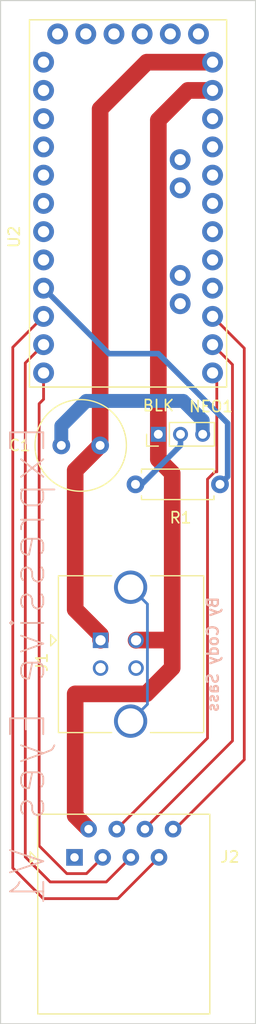
<source format=kicad_pcb>
(kicad_pcb (version 20221018) (generator pcbnew)
  (title_block (title "Black Mage Eyes") (rev "V01") (comment 4 "Author:Cody Sass"))
  (layers (0 "F.Cu" signal) (31 "B.Cu" signal) (34 "B.Paste" user) (35 "F.Paste" user) (36 "B.SilkS" user "B.Silkscreen") (37 "F.SilkS" user "F.Silkscreen") (38 "B.Mask" user) (39 "F.Mask" user) (44 "Edge.Cuts" user))
  (net 0 "")
  (net 1 "Net-(NEO1-5V)")
  (net 2 "Net-(J1-VBUS)")
  (net 5 "Net-(J1-GND)")
  (net 6 "unconnected-(J1-Shield-Pad5)")
  (net 8 "Net-(U2-D7)")
  (net 9 "Net-(U2-D6)")
  (net 10 "Net-(NEO1-Din)")
  (net 15 "Net-(U2-GND-PadJP1_5)")
  (net 27 "Net-(U2-D9)")
  (net 28 "Net-(U2-D8)")
  (net 34 "Net-(U2-D10)")
  (net 35 "Net-(U2-MOSI)")
  (net 36 "Net-(U2-MISO)")
  (footprint "Capacitor_THT:C_Radial_D8.0mm_H7.0mm_P3.50mm" (layer "F.Cu") (at 105.25 90)
    (fp_text reference "C1" (at -3.75 0) (layer "F.SilkS") (effects (font (thickness 0.153))))
    (fp_text value "C")
    (fp_circle (center 1.75 0) (end 5.87 0) (stroke (width 0.12)) (fill none) (layer "F.SilkS"))
    (pad "1" thru_hole circle (at 0 0) (size 1.6 1.6) (drill 0.8) (layers "*.Cu" "*.Mask") (net 1 "Net-(NEO1-5V)"))
    (pad "2" thru_hole circle (at 3.5 0) (size 1.6 1.6) (drill 0.8) (layers "*.Cu" "*.Mask") (net 2 "Net-(J1-VBUS)"))
  )
  (footprint "customfootprints:MODULE_ARDUINO_PRO_MINI" (layer "F.Cu") (at 111.27 68.24)
    (fp_text reference "U2" (at -10.27 3.01 90) (layer "F.SilkS") (effects (font (thickness 0.153))))
    (fp_text value "ARDUINO_PRO_MINI")
    (fp_line (start -8.89 -16.51) (end -8.89 16.51) (stroke (width 0.127)) (layer "F.SilkS"))
    (fp_line (start -8.89 16.51) (end 8.89 16.51) (stroke (width 0.127)) (layer "F.SilkS"))
    (fp_line (start 8.89 -16.51) (end -8.89 -16.51) (stroke (width 0.127)) (layer "F.SilkS"))
    (fp_line (start 8.89 16.51) (end 8.89 -16.51) (stroke (width 0.127)) (layer "F.SilkS"))
    (pad "JP1_1" thru_hole circle (at 6.35 -15.24) (size 1.8796 1.8796) (drill 1.016) (layers "*.Cu" "*.Mask"))
    (pad "JP1_2" thru_hole circle (at 3.81 -15.24) (size 1.8796 1.8796) (drill 1.016) (layers "*.Cu" "*.Mask"))
    (pad "JP1_3" thru_hole circle (at 1.27 -15.24) (size 1.8796 1.8796) (drill 1.016) (layers "*.Cu" "*.Mask"))
    (pad "JP1_4" thru_hole circle (at -1.27 -15.24) (size 1.8796 1.8796) (drill 1.016) (layers "*.Cu" "*.Mask"))
    (pad "JP1_5" thru_hole circle (at -3.81 -15.24) (size 1.8796 1.8796) (drill 1.016) (layers "*.Cu" "*.Mask") (net 15 "Net-(U2-GND-PadJP1_5)"))
    (pad "JP1_6" thru_hole circle (at -6.35 -15.24) (size 1.8796 1.8796) (drill 1.016) (layers "*.Cu" "*.Mask") (net 15 "Net-(U2-GND-PadJP1_5)"))
    (pad "JP2_1" thru_hole circle (at 4.699 -1.397) (size 1.8796 1.8796) (drill 1.016) (layers "*.Cu" "*.Mask"))
    (pad "JP2_2" thru_hole circle (at 4.699 -3.937) (size 1.8796 1.8796) (drill 1.016) (layers "*.Cu" "*.Mask"))
    (pad "JP3_1" thru_hole circle (at 4.699 9.017) (size 1.8796 1.8796) (drill 1.016) (layers "*.Cu" "*.Mask"))
    (pad "JP3_2" thru_hole circle (at 4.699 6.477) (size 1.8796 1.8796) (drill 1.016) (layers "*.Cu" "*.Mask"))
    (pad "JP6_1" thru_hole circle (at 7.62 -12.7) (size 1.8796 1.8796) (drill 1.016) (layers "*.Cu" "*.Mask") (net 2 "Net-(J1-VBUS)"))
    (pad "JP6_2" thru_hole circle (at 7.62 -10.16) (size 1.8796 1.8796) (drill 1.016) (layers "*.Cu" "*.Mask") (net 5 "Net-(J1-GND)"))
    (pad "JP6_3" thru_hole circle (at 7.62 -7.62) (size 1.8796 1.8796) (drill 1.016) (layers "*.Cu" "*.Mask"))
    (pad "JP6_4" thru_hole circle (at 7.62 -5.08) (size 1.8796 1.8796) (drill 1.016) (layers "*.Cu" "*.Mask"))
    (pad "JP6_5" thru_hole circle (at 7.62 -2.54) (size 1.8796 1.8796) (drill 1.016) (layers "*.Cu" "*.Mask"))
    (pad "JP6_6" thru_hole circle (at 7.62 0) (size 1.8796 1.8796) (drill 1.016) (layers "*.Cu" "*.Mask"))
    (pad "JP6_7" thru_hole circle (at 7.62 2.54) (size 1.8796 1.8796) (drill 1.016) (layers "*.Cu" "*.Mask"))
    (pad "JP6_8" thru_hole circle (at 7.62 5.08) (size 1.8796 1.8796) (drill 1.016) (layers "*.Cu" "*.Mask"))
    (pad "JP6_9" thru_hole circle (at 7.62 7.62) (size 1.8796 1.8796) (drill 1.016) (layers "*.Cu" "*.Mask"))
    (pad "JP6_10" thru_hole circle (at 7.62 10.16) (size 1.8796 1.8796) (drill 1.016) (layers "*.Cu" "*.Mask") (net 36 "Net-(U2-MISO)"))
    (pad "JP6_11" thru_hole circle (at 7.62 12.7) (size 1.8796 1.8796) (drill 1.016) (layers "*.Cu" "*.Mask") (net 35 "Net-(U2-MOSI)"))
    (pad "JP6_12" thru_hole circle (at 7.62 15.24) (size 1.8796 1.8796) (drill 1.016) (layers "*.Cu" "*.Mask") (net 34 "Net-(U2-D10)"))
    (pad "JP7_1" thru_hole circle (at -7.62 15.24) (size 1.8796 1.8796) (drill 1.016) (layers "*.Cu" "*.Mask") (net 27 "Net-(U2-D9)"))
    (pad "JP7_2" thru_hole circle (at -7.62 12.7) (size 1.8796 1.8796) (drill 1.016) (layers "*.Cu" "*.Mask") (net 28 "Net-(U2-D8)"))
    (pad "JP7_3" thru_hole circle (at -7.62 10.16) (size 1.8796 1.8796) (drill 1.016) (layers "*.Cu" "*.Mask") (net 8 "Net-(U2-D7)"))
    (pad "JP7_4" thru_hole circle (at -7.62 7.62) (size 1.8796 1.8796) (drill 1.016) (layers "*.Cu" "*.Mask") (net 9 "Net-(U2-D6)"))
    (pad "JP7_5" thru_hole circle (at -7.62 5.08) (size 1.8796 1.8796) (drill 1.016) (layers "*.Cu" "*.Mask"))
    (pad "JP7_6" thru_hole circle (at -7.62 2.54) (size 1.8796 1.8796) (drill 1.016) (layers "*.Cu" "*.Mask"))
    (pad "JP7_7" thru_hole circle (at -7.62 0) (size 1.8796 1.8796) (drill 1.016) (layers "*.Cu" "*.Mask"))
    (pad "JP7_8" thru_hole circle (at -7.62 -2.54) (size 1.8796 1.8796) (drill 1.016) (layers "*.Cu" "*.Mask"))
    (pad "JP7_9" thru_hole circle (at -7.62 -5.08) (size 1.8796 1.8796) (drill 1.016) (layers "*.Cu" "*.Mask"))
    (pad "JP7_10" thru_hole circle (at -7.62 -7.62) (size 1.8796 1.8796) (drill 1.016) (layers "*.Cu" "*.Mask"))
    (pad "JP7_11" thru_hole circle (at -7.62 -10.16) (size 1.8796 1.8796) (drill 1.016) (layers "*.Cu" "*.Mask"))
    (pad "JP7_12" thru_hole circle (at -7.62 -12.7) (size 1.8796 1.8796) (drill 1.016) (layers "*.Cu" "*.Mask"))
  )
  (footprint "Resistor_THT:R_Axial_DIN0207_L6.3mm_D2.5mm_P7.62mm_Horizontal" (layer "F.Cu") (at 119.56 93.5 180)
    (fp_text reference "R1" (at 3.56 -3) (layer "F.SilkS") (effects (font (thickness 0.153))))
    (fp_text value "R")
    (fp_line (start 0.54 -1.37) (end 7.08 -1.37) (stroke (width 0.12)) (layer "F.SilkS"))
    (fp_line (start 0.54 -1.04) (end 0.54 -1.37) (stroke (width 0.12)) (layer "F.SilkS"))
    (fp_line (start 0.54 1.04) (end 0.54 1.37) (stroke (width 0.12)) (layer "F.SilkS"))
    (fp_line (start 0.54 1.37) (end 7.08 1.37) (stroke (width 0.12)) (layer "F.SilkS"))
    (fp_line (start 7.08 -1.37) (end 7.08 -1.04) (stroke (width 0.12)) (layer "F.SilkS"))
    (fp_line (start 7.08 1.37) (end 7.08 1.04) (stroke (width 0.12)) (layer "F.SilkS"))
    (pad "1" thru_hole circle (at 0 0 180) (size 1.6 1.6) (drill 0.8) (layers "*.Cu" "*.Mask") (net 9 "Net-(U2-D6)"))
    (pad "2" thru_hole oval (at 7.62 0 180) (size 1.6 1.6) (drill 0.8) (layers "*.Cu" "*.Mask") (net 10 "Net-(NEO1-Din)"))
  )
  (footprint "Connector_RJ:RJ45_Amphenol_54602-x08_Horizontal" (layer "F.Cu") (at 106.44 127.04)
    (fp_text reference "J2" (at 14.0125 -0.04) (layer "F.SilkS") (effects (font (thickness 0.153))))
    (fp_text value "RJ45")
    (fp_line (start -4 -0.5) (end -4 0.5) (stroke (width 0.12)) (layer "F.SilkS"))
    (fp_line (start -4 0.5) (end -3.5 0) (stroke (width 0.12)) (layer "F.SilkS"))
    (fp_line (start -3.5 0) (end -4 -0.5) (stroke (width 0.12)) (layer "F.SilkS"))
    (fp_line (start -3.315 -3.88) (end -3.315 14.08) (stroke (width 0.12)) (layer "F.SilkS"))
    (fp_line (start -3.315 14.08) (end 12.205 14.08) (stroke (width 0.12)) (layer "F.SilkS"))
    (fp_line (start 12.205 -3.88) (end -3.315 -3.88) (stroke (width 0.12)) (layer "F.SilkS"))
    (fp_line (start 12.205 -3.88) (end 12.205 14.08) (stroke (width 0.12)) (layer "F.SilkS"))
    (pad "" np_thru_hole circle (at -1.27 6.35) (size 3.2 3.2) (drill 3.2) (layers "*.Cu" "*.Mask"))
    (pad "" np_thru_hole circle (at 10.16 6.35) (size 3.2 3.2) (drill 3.2) (layers "*.Cu" "*.Mask"))
    (pad "1" thru_hole rect (at 0 0) (size 1.5 1.5) (drill 0.76) (layers "*.Cu" "*.Mask"))
    (pad "2" thru_hole circle (at 1.27 -2.54) (size 1.5 1.5) (drill 0.76) (layers "*.Cu" "*.Mask") (net 5 "Net-(J1-GND)"))
    (pad "3" thru_hole circle (at 2.54 0) (size 1.5 1.5) (drill 0.76) (layers "*.Cu" "*.Mask") (net 27 "Net-(U2-D9)"))
    (pad "4" thru_hole circle (at 3.81 -2.54) (size 1.5 1.5) (drill 0.76) (layers "*.Cu" "*.Mask") (net 34 "Net-(U2-D10)"))
    (pad "5" thru_hole circle (at 5.08 0) (size 1.5 1.5) (drill 0.76) (layers "*.Cu" "*.Mask") (net 28 "Net-(U2-D8)"))
    (pad "6" thru_hole circle (at 6.35 -2.54) (size 1.5 1.5) (drill 0.76) (layers "*.Cu" "*.Mask") (net 35 "Net-(U2-MOSI)"))
    (pad "7" thru_hole circle (at 7.62 0) (size 1.5 1.5) (drill 0.76) (layers "*.Cu" "*.Mask") (net 8 "Net-(U2-D7)"))
    (pad "8" thru_hole circle (at 8.89 -2.54) (size 1.5 1.5) (drill 0.76) (layers "*.Cu" "*.Mask") (net 36 "Net-(U2-MISO)"))
  )
  (footprint "Connector_USB:USB_B_Amphenol_MUSB-D511_Vertical_Rugged" (layer "F.Cu") (at 108.79 107.52 90)
    (fp_text reference "J1" (at -1.98 -5.29 90) (layer "F.SilkS") (effects (font (thickness 0.153))))
    (fp_text value "USB_B")
    (fp_line (start -8.3 -3.8) (end 5.8 -3.8) (stroke (width 0.12)) (layer "F.SilkS"))
    (fp_line (start -8.3 1) (end -8.3 -3.8) (stroke (width 0.12)) (layer "F.SilkS"))
    (fp_line (start -8.3 9.3) (end -8.3 4.5) (stroke (width 0.12)) (layer "F.SilkS"))
    (fp_line (start -0.5 -4.5) (end 0 -4) (stroke (width 0.12)) (layer "F.SilkS"))
    (fp_line (start 0 -4) (end 0.5 -4.5) (stroke (width 0.12)) (layer "F.SilkS"))
    (fp_line (start 0.5 -4.5) (end -0.5 -4.5) (stroke (width 0.12)) (layer "F.SilkS"))
    (fp_line (start 5.8 -3.8) (end 5.8 1) (stroke (width 0.12)) (layer "F.SilkS"))
    (fp_line (start 5.8 4.5) (end 5.8 9.3) (stroke (width 0.12)) (layer "F.SilkS"))
    (fp_line (start 5.8 9.3) (end -8.3 9.3) (stroke (width 0.12)) (layer "F.SilkS"))
    (pad "1" thru_hole rect (at 0 0 90) (size 1.4 1.4) (drill 0.92) (layers "*.Cu" "*.Mask") (net 2 "Net-(J1-VBUS)"))
    (pad "2" thru_hole circle (at -2.5 0 90) (size 1.4 1.4) (drill 0.92) (layers "*.Cu" "*.Mask"))
    (pad "3" thru_hole circle (at -2.5 3.2 90) (size 1.4 1.4) (drill 0.92) (layers "*.Cu" "*.Mask"))
    (pad "4" thru_hole circle (at 0 3.2 90) (size 1.4 1.4) (drill 0.92) (layers "*.Cu" "*.Mask") (net 5 "Net-(J1-GND)"))
    (pad "5" thru_hole circle (at -7.27 2.71 90) (size 3 3) (drill 2.3) (layers "*.Cu" "*.Mask") (net 6 "unconnected-(J1-Shield-Pad5)"))
    (pad "5" thru_hole circle (at 4.77 2.71 90) (size 3 3) (drill 2.3) (layers "*.Cu" "*.Mask") (net 6 "unconnected-(J1-Shield-Pad5)"))
  )
  (footprint "Connector_PinHeader_2.00mm:PinHeader_1x03_P2.00mm_Vertical" (layer "F.Cu") (at 114 89 90)
    (fp_text reference "NEO1" (at 2.5 4.75 180) (layer "F.SilkS") (effects (font (thickness 0.153))))
    (fp_text value "~")
    (fp_line (start -1.06 -1.06) (end 0 -1.06) (stroke (width 0.12)) (layer "F.SilkS"))
    (fp_line (start -1.06 0) (end -1.06 -1.06) (stroke (width 0.12)) (layer "F.SilkS"))
    (fp_line (start -1.06 1) (end -1.06 5.06) (stroke (width 0.12)) (layer "F.SilkS"))
    (fp_line (start -1.06 1) (end 1.06 1) (stroke (width 0.12)) (layer "F.SilkS"))
    (fp_line (start -1.06 5.06) (end 1.06 5.06) (stroke (width 0.12)) (layer "F.SilkS"))
    (fp_line (start 1.06 1) (end 1.06 5.06) (stroke (width 0.12)) (layer "F.SilkS"))
    (pad "1" thru_hole rect (at 0 0 90) (size 1.35 1.35) (drill 0.8) (layers "*.Cu" "*.Mask") (net 5 "Net-(J1-GND)"))
    (pad "2" thru_hole oval (at 0 2 90) (size 1.35 1.35) (drill 0.8) (layers "*.Cu" "*.Mask") (net 10 "Net-(NEO1-Din)"))
    (pad "3" thru_hole oval (at 0 4 90) (size 1.35 1.35) (drill 0.8) (layers "*.Cu" "*.Mask") (net 1 "Net-(NEO1-5V)"))
  )
  (gr_rect (start 99.77 50) (end 122.77 142) (stroke (width 0.1)) (fill none) (layer "Edge.Cuts"))
  (gr_text "By Cody Sass" (at 119.5 103.5 90) (layer "B.SilkS") (effects (font (size 1 1) (thickness 0.2) bold) (justify left bottom mirror)))
  (gr_text "Expressive Eyes V1" (at 104 88 90) (layer "B.SilkS") (effects (font (size 3 3) (thickness 0.16)) (justify left bottom mirror)))
  (gr_text "BLK" (at 112.5 87) (layer "F.SilkS") (effects (font (size 1 1) (thickness 0.153)) (justify left bottom)))
  (segment (start 107.5 86) (end 116.25 86) (width 1.25) (layer "B.Cu") (net 1))
  (segment (start 105.25 90) (end 105.25 88.25) (width 1.25) (layer "B.Cu") (net 1))
  (segment (start 105.25 88.25) (end 107.5 86) (width 1.25) (layer "B.Cu") (net 1))
  (segment (start 118 87.75) (end 118 89) (width 1.25) (layer "B.Cu") (net 1))
  (segment (start 116.25 86) (end 118 87.75) (width 1.25) (layer "B.Cu") (net 1))
  (segment (start 106.5 92.25) (end 106.5 104.75) (width 1.5) (layer "F.Cu") (net 2))
  (segment (start 108.75 90) (end 108.75 59.75) (width 1.5) (layer "F.Cu") (net 2))
  (segment (start 108.75 59.75) (end 112.96 55.54) (width 1.5) (layer "F.Cu") (net 2))
  (segment (start 106.5 104.75) (end 108.79 107.04) (width 1.5) (layer "F.Cu") (net 2))
  (segment (start 108.79 107.04) (end 108.79 107.52) (width 1.5) (layer "F.Cu") (net 2))
  (segment (start 112.96 55.54) (end 118.89 55.54) (width 1.5) (layer "F.Cu") (net 2))
  (segment (start 108.75 90) (end 106.5 92.25) (width 1.5) (layer "F.Cu") (net 2))
  (segment (start 114 89) (end 114 60.75) (width 1.5) (layer "F.Cu") (net 5))
  (segment (start 114 91.25) (end 115.25 92.5) (width 1.5) (layer "F.Cu") (net 5))
  (segment (start 114 89) (end 114 91.25) (width 1.5) (layer "F.Cu") (net 5))
  (segment (start 112.01 107.5) (end 111.99 107.52) (width 1.5) (layer "F.Cu") (net 5))
  (segment (start 112.91 112.34) (end 115.25 110) (width 1.5) (layer "F.Cu") (net 5))
  (segment (start 115.25 108.0075) (end 114.7425 107.5) (width 1.5) (layer "F.Cu") (net 5))
  (segment (start 114 60.75) (end 116.67 58.08) (width 1.5) (layer "F.Cu") (net 5))
  (segment (start 115.25 92.5) (end 115.25 108.0075) (width 1.5) (layer "F.Cu") (net 5))
  (segment (start 107.71 124.5) (end 106.5 123.29) (width 1.5) (layer "F.Cu") (net 5))
  (segment (start 106.5 112.34) (end 112.91 112.34) (width 1.5) (layer "F.Cu") (net 5))
  (segment (start 114.7425 107.5) (end 112.01 107.5) (width 1.5) (layer "F.Cu") (net 5))
  (segment (start 115.25 110) (end 115.25 108.0075) (width 1.5) (layer "F.Cu") (net 5))
  (segment (start 106.5 123.29) (end 106.5 112.34) (width 1.5) (layer "F.Cu") (net 5))
  (segment (start 116.67 58.08) (end 118.89 58.08) (width 1.5) (layer "F.Cu") (net 5))
  (segment (start 113.015 113.275) (end 113.015 104.265) (width 0.25) (layer "B.Cu") (net 6))
  (segment (start 111.5 114.79) (end 113.015 113.275) (width 0.25) (layer "B.Cu") (net 6))
  (segment (start 113.015 104.265) (end 111.5 102.75) (width 0.25) (layer "B.Cu") (net 6))
  (segment (start 103.625 130.75) (end 110.35 130.75) (width 0.25) (layer "F.Cu") (net 8))
  (segment (start 103.65 78.4) (end 100.875 81.175) (width 0.25) (layer "F.Cu") (net 8))
  (segment (start 100.875 128) (end 103.625 130.75) (width 0.25) (layer "F.Cu") (net 8))
  (segment (start 110.35 130.75) (end 114.06 127.04) (width 0.25) (layer "F.Cu") (net 8))
  (segment (start 100.875 81.175) (end 100.875 128) (width 0.25) (layer "F.Cu") (net 8))
  (segment (start 120.25 88) (end 120.25 92.81) (width 0.5) (layer "B.Cu") (net 9))
  (segment (start 120.25 92.81) (end 119.56 93.5) (width 0.5) (layer "B.Cu") (net 9))
  (segment (start 109.54 81.75) (end 114 81.75) (width 0.5) (layer "B.Cu") (net 9))
  (segment (start 103.65 75.86) (end 109.54 81.75) (width 0.5) (layer "B.Cu") (net 9))
  (segment (start 114 81.75) (end 120.25 88) (width 0.5) (layer "B.Cu") (net 9))
  (segment (start 112.5 93.5) (end 111.94 93.5) (width 0.5) (layer "B.Cu") (net 10))
  (segment (start 116 89) (end 116 90) (width 0.5) (layer "B.Cu") (net 10))
  (segment (start 116 90) (end 112.5 93.5) (width 0.5) (layer "B.Cu") (net 10))
  (segment (start 108.98 127.02) (end 108.98 127.04) (width 0.25) (layer "F.Cu") (net 27))
  (segment (start 108.98 127.02) (end 109 127) (width 0.25) (layer "F.Cu") (net 27))
  (segment (start 103.65 85.85) (end 103.65 83.48) (width 0.25) (layer "F.Cu") (net 27))
  (segment (start 105.75 128.5) (end 103.25 126) (width 0.25) (layer "F.Cu") (net 27))
  (segment (start 107.52 128.5) (end 108.98 127.04) (width 0.25) (layer "F.Cu") (net 27))
  (segment (start 103.25 126) (end 103.25 86.25) (width 0.25) (layer "F.Cu") (net 27))
  (segment (start 103.25 86.25) (end 103.65 85.85) (width 0.25) (layer "F.Cu") (net 27))
  (segment (start 105.75 128.5) (end 107.52 128.5) (width 0.25) (layer "F.Cu") (net 27))
  (segment (start 102 82.59) (end 102 127) (width 0.25) (layer "F.Cu") (net 28))
  (segment (start 109.31 129.25) (end 111.52 127.04) (width 0.25) (layer "F.Cu") (net 28))
  (segment (start 104.25 129.25) (end 109.31 129.25) (width 0.25) (layer "F.Cu") (net 28))
  (segment (start 103.65 80.94) (end 102 82.59) (width 0.25) (layer "F.Cu") (net 28))
  (segment (start 102 127) (end 104.25 129.25) (width 0.25) (layer "F.Cu") (net 28))
  (segment (start 118.435 116.315) (end 110.25 124.5) (width 0.25) (layer "F.Cu") (net 34))
  (segment (start 118.89 83.48) (end 119.27375 83.86375) (width 0.25) (layer "F.Cu") (net 34))
  (segment (start 119.27375 83.86375) (end 119.27375 92.375) (width 0.25) (layer "F.Cu") (net 34))
  (segment (start 119.094009 92.375) (end 118.435 93.034009) (width 0.25) (layer "F.Cu") (net 34))
  (segment (start 119.27375 92.375) (end 119.094009 92.375) (width 0.25) (layer "F.Cu") (net 34))
  (segment (start 118.435 93.034009) (end 118.435 116.315) (width 0.25) (layer "F.Cu") (net 34))
  (segment (start 120.685 116.565) (end 120.685 82.735) (width 0.25) (layer "F.Cu") (net 35))
  (segment (start 112.79 124.46) (end 120.685 116.565) (width 0.25) (layer "F.Cu") (net 35))
  (segment (start 112.79 124.5) (end 112.79 124.46) (width 0.25) (layer "F.Cu") (net 35))
  (segment (start 120.685 82.735) (end 118.89 80.94) (width 0.25) (layer "F.Cu") (net 35))
  (segment (start 121.75 118.25) (end 121.75 81.26) (width 0.25) (layer "F.Cu") (net 36))
  (segment (start 115.5 124.5) (end 121.75 118.25) (width 0.25) (layer "F.Cu") (net 36))
  (segment (start 121.75 81.26) (end 118.89 78.4) (width 0.25) (layer "F.Cu") (net 36))
  (segment (start 115.33 124.5) (end 115.5 124.5) (width 0.25) (layer "F.Cu") (net 36))
)
</source>
